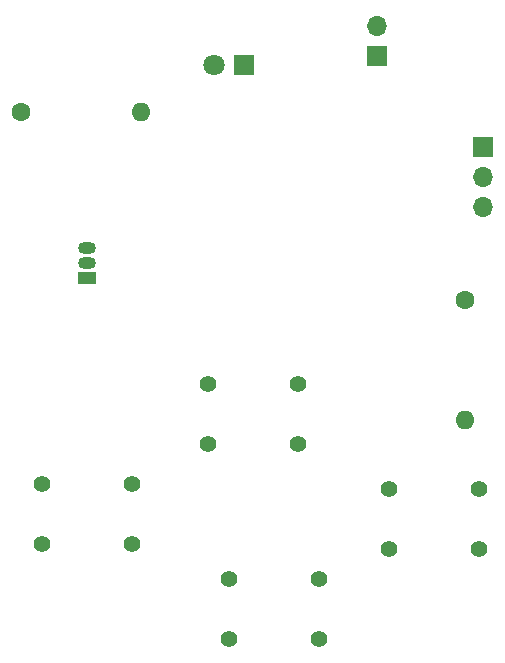
<source format=gbs>
G04 #@! TF.GenerationSoftware,KiCad,Pcbnew,8.0.1*
G04 #@! TF.CreationDate,2024-05-12T13:49:03-04:00*
G04 #@! TF.ProjectId,recyclobot,72656379-636c-46f6-926f-742e6b696361,rev?*
G04 #@! TF.SameCoordinates,Original*
G04 #@! TF.FileFunction,Soldermask,Bot*
G04 #@! TF.FilePolarity,Negative*
%FSLAX46Y46*%
G04 Gerber Fmt 4.6, Leading zero omitted, Abs format (unit mm)*
G04 Created by KiCad (PCBNEW 8.0.1) date 2024-05-12 13:49:03*
%MOMM*%
%LPD*%
G01*
G04 APERTURE LIST*
%ADD10R,1.700000X1.700000*%
%ADD11O,1.700000X1.700000*%
%ADD12R,1.500000X1.050000*%
%ADD13O,1.500000X1.050000*%
%ADD14C,1.397000*%
%ADD15O,1.600000X1.600000*%
%ADD16C,1.600000*%
%ADD17R,1.800000X1.800000*%
%ADD18C,1.800000*%
G04 APERTURE END LIST*
D10*
X174000000Y-75420000D03*
D11*
X174000000Y-77960000D03*
X174000000Y-80500000D03*
D10*
X165000000Y-67725000D03*
D11*
X165000000Y-65185000D03*
D12*
X140500000Y-86500000D03*
D13*
X140500000Y-85230000D03*
X140500000Y-83960000D03*
D14*
X166000000Y-104420000D03*
X173620000Y-104420000D03*
X166000000Y-109500000D03*
X173620000Y-109500000D03*
X150690000Y-95460000D03*
X158310000Y-95460000D03*
X150690000Y-100540000D03*
X158310000Y-100540000D03*
X152500000Y-112000000D03*
X160120000Y-112000000D03*
X152500000Y-117080000D03*
X160120000Y-117080000D03*
X136690000Y-103960000D03*
X144310000Y-103960000D03*
X136690000Y-109040000D03*
X144310000Y-109040000D03*
D15*
X145080000Y-72500000D03*
D16*
X134920000Y-72500000D03*
X172500000Y-88420000D03*
D15*
X172500000Y-98580000D03*
D17*
X153775000Y-68500000D03*
D18*
X151235000Y-68500000D03*
M02*

</source>
